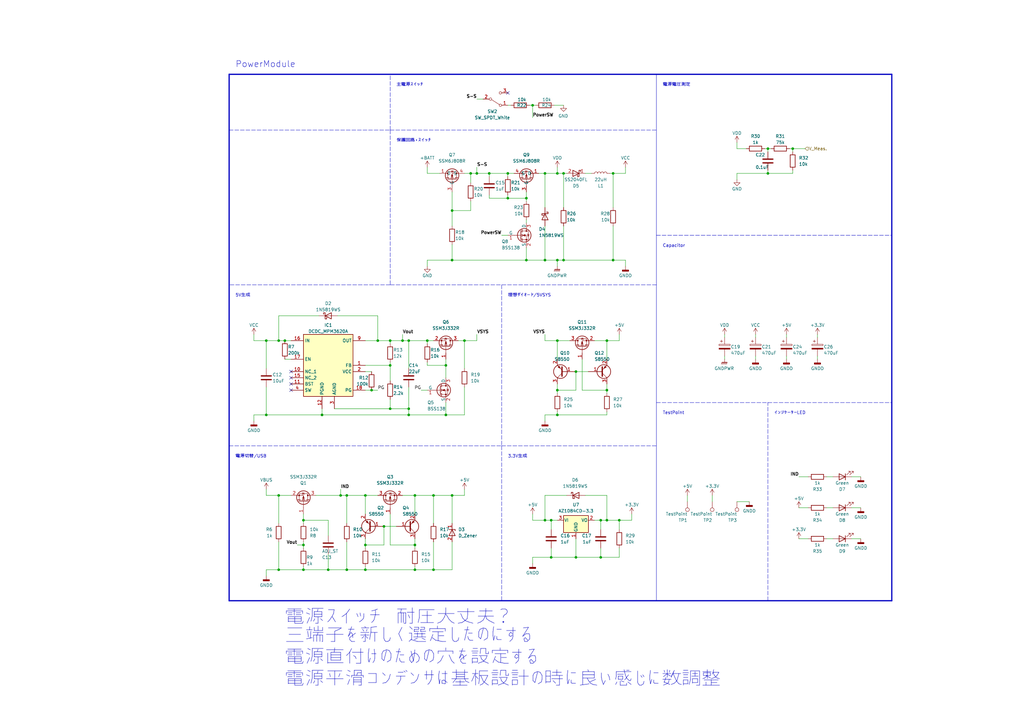
<source format=kicad_sch>
(kicad_sch (version 20230121) (generator eeschema)
  (paper "A3")
  (lib_symbols
    (symbol "Connector:TestPoint" (pin_numbers hide) (pin_names (offset 0.762) hide)
      (property "Reference" "TP" (at 0 6.858 0))
      (property "Value" "TestPoint" (at 0 5.08 0))
      (symbol "TestPoint_1_1"
        (pin passive line (at 0 0 90) (length 2.54) (name "1") (number "1"))
      )
    )
    (symbol "D_Schottky_3" (pin_numbers hide) (pin_names (offset 1.016) hide)
      (property "Reference" "D" (at 0 2.54 0))
      (property "Value" "D_Schottky_3" (at 0 -2.54 0))
      (symbol "D_Schottky_3_1_1"
        (pin passive line (at -3.81 0 0) (length 2.54) (name "K") (number "1"))
        (pin passive line (at 3.81 0 180) (length 2.54) (name "A") (number "2"))
      )
    )
    (symbol "Device:C" (pin_numbers hide) (pin_names (offset 0.254))
      (property "Reference" "C" (at 0.635 2.54 0))
      (property "Value" "C" (at 0.635 -2.54 0))
      (symbol "C_1_1"
        (pin passive line (at 0 3.81 270) (length 2.794) (name "~") (number "1"))
        (pin passive line (at 0 -3.81 90) (length 2.794) (name "~") (number "2"))
      )
    )
    (symbol "Device:C_Polarized" (pin_numbers hide) (pin_names (offset 0.254))
      (property "Reference" "C" (at 0.635 2.54 0))
      (property "Value" "C_Polarized" (at 0.635 -2.54 0))
      (symbol "C_Polarized_1_1"
        (pin passive line (at 0 3.81 270) (length 2.794) (name "~") (number "1"))
        (pin passive line (at 0 -3.81 90) (length 2.794) (name "~") (number "2"))
      )
    )
    (symbol "Device:D_Schottky" (pin_names (offset 1.016) hide)
      (property "Reference" "D" (at 0 2.54 0))
      (property "Value" "D_Schottky" (at 0 -2.54 0))
      (symbol "D_Schottky_1_1"
        (pin passive line (at -3.81 0 0) (length 2.54) (name "K") (number "1"))
        (pin passive line (at 3.81 0 180) (length 2.54) (name "A") (number "2"))
      )
    )
    (symbol "Device:D_Zener" (pin_names (offset 1.016) hide)
      (property "Reference" "D" (at 0 2.54 0))
      (property "Value" "D_Zener" (at 0 -2.54 0))
      (symbol "D_Zener_1_1"
        (pin passive line (at -3.81 0 0) (length 2.54) (name "K") (number "1"))
        (pin passive line (at 3.81 0 180) (length 2.54) (name "A") (number "2"))
      )
    )
    (symbol "Device:L" (pin_numbers hide) (pin_names (offset 1.016) hide)
      (property "Reference" "L" (at -1.27 0 90))
      (property "Value" "L" (at 1.905 0 90))
      (symbol "L_1_1"
        (pin passive line (at 0 3.81 270) (length 1.27) (name "1") (number "1"))
        (pin passive line (at 0 -3.81 90) (length 1.27) (name "2") (number "2"))
      )
    )
    (symbol "Device:LED" (pin_numbers hide) (pin_names (offset 1.016) hide)
      (property "Reference" "D" (at 0 2.54 0))
      (property "Value" "LED" (at 0 -2.54 0))
      (symbol "LED_1_1"
        (pin passive line (at -3.81 0 0) (length 2.54) (name "K") (number "1"))
        (pin passive line (at 3.81 0 180) (length 2.54) (name "A") (number "2"))
      )
    )
    (symbol "Device:Q_PMOS_GSD" (pin_names (offset 0) hide)
      (property "Reference" "Q" (at 5.08 1.27 0))
      (property "Value" "Q_PMOS_GSD" (at 5.08 -1.27 0))
      (symbol "Q_PMOS_GSD_1_1"
        (pin input line (at -5.08 0 0) (length 2.54) (name "G") (number "1"))
        (pin passive line (at 2.54 -5.08 90) (length 2.54) (name "S") (number "2"))
        (pin passive line (at 2.54 5.08 270) (length 2.54) (name "D") (number "3"))
      )
    )
    (symbol "Device:Q_PNP_BEC" (pin_names (offset 0) hide)
      (property "Reference" "Q" (at 5.08 1.27 0))
      (property "Value" "Q_PNP_BEC" (at 5.08 -1.27 0))
      (symbol "Q_PNP_BEC_1_1"
        (pin input line (at -5.08 0 0) (length 5.715) (name "B") (number "1"))
        (pin passive line (at 2.54 -5.08 90) (length 2.54) (name "E") (number "2"))
        (pin passive line (at 2.54 5.08 270) (length 2.54) (name "C") (number "3"))
      )
    )
    (symbol "Device:R" (pin_numbers hide) (pin_names (offset 0))
      (property "Reference" "R" (at 2.032 0 90))
      (property "Value" "R" (at 0 0 90))
      (symbol "R_1_1"
        (pin passive line (at 0 3.81 270) (length 1.27) (name "~") (number "1"))
        (pin passive line (at 0 -3.81 90) (length 1.27) (name "~") (number "2"))
      )
    )
    (symbol "MyLibrary:DCDC_MPM3620A"
      (property "Reference" "IC" (at 6.35 5.08 0))
      (property "Value" "DCDC_MPM3620A" (at 6.35 2.54 0))
      (symbol "DCDC_MPM3620A_1_1"
        (pin passive line (at 30.48 -12.7 180) (length 5.08) (name "FB") (number "1"))
        (pin passive line (at 0 -15.24 0) (length 5.08) (name "NC_1") (number "10"))
        (pin passive line (at 0 -20.32 0) (length 5.08) (name "BST") (number "11"))
        (pin passive line (at 12.7 -30.48 90) (length 5.08) (name "PGND") (number "12"))
        (pin passive line (at 12.7 -30.48 90) (length 5.08) hide (name "PGND_2") (number "13"))
        (pin passive line (at 12.7 -30.48 90) (length 5.08) hide (name "PGND_3") (number "14"))
        (pin passive line (at 0 -17.78 0) (length 5.08) (name "NC_2") (number "15"))
        (pin passive line (at 0 -2.54 0) (length 5.08) (name "IN") (number "16"))
        (pin passive line (at 0 -10.16 0) (length 5.08) (name "EN") (number "17"))
        (pin passive line (at 30.48 -22.86 180) (length 5.08) (name "PG") (number "18"))
        (pin passive line (at 30.48 -15.24 180) (length 5.08) (name "VCC") (number "2"))
        (pin passive line (at 17.78 -30.48 90) (length 5.08) (name "AGND") (number "3"))
        (pin passive line (at 0 -22.86 0) (length 5.08) (name "SW") (number "4"))
        (pin passive line (at 30.48 -2.54 180) (length 5.08) (name "OUT") (number "9"))
      )
    )
    (symbol "PMN48XP_1"
      (property "Reference" "Q" (at 5.08 2.54 0))
      (property "Value" "PMN48XP_1" (at 5.08 0 0))
      (symbol "PMN48XP_1_1_1"
        (pin passive line (at 2.54 5.08 270) (length 2.54) (name "D") (number "1"))
        (pin passive line (at 2.54 5.08 270) (length 2.54) hide (name "D") (number "2"))
        (pin passive line (at -5.08 0 0) (length 2.54) (name "G") (number "3"))
        (pin passive line (at 2.54 -5.08 90) (length 2.54) (name "S") (number "4"))
        (pin passive line (at 2.54 5.08 270) (length 2.54) hide (name "D") (number "5"))
        (pin passive line (at 2.54 5.08 270) (length 2.54) hide (name "D") (number "6"))
      )
    )
    (symbol "Q_NMOS_GSD_1" (pin_names (offset 0))
      (property "Reference" "Q" (at 5.08 1.27 0))
      (property "Value" "Q_NMOS_GSD_1" (at 5.08 -1.27 0))
      (symbol "Q_NMOS_GSD_1_1_1"
        (pin input line (at -5.08 0 0) (length 2.54) (name "G") (number "1"))
        (pin passive line (at 2.54 -5.08 90) (length 2.54) (name "S") (number "2"))
        (pin passive line (at 2.54 5.08 270) (length 2.54) (name "D") (number "3"))
      )
    )
    (symbol "Regulator_Linear:AMS1117CD-3.3" (pin_names (offset 0.254))
      (property "Reference" "U" (at -3.81 3.175 0))
      (property "Value" "AMS1117CD-3.3" (at 0 3.175 0))
      (symbol "AMS1117CD-3.3_1_1"
        (pin power_in line (at 0 -7.62 90) (length 2.54) (name "GND") (number "1"))
        (pin power_out line (at 7.62 0 180) (length 2.54) (name "VO") (number "2"))
        (pin power_in line (at -7.62 0 0) (length 2.54) (name "VI") (number "3"))
      )
    )
    (symbol "Switch:SW_SPDT" (pin_names (offset 0) hide)
      (property "Reference" "SW" (at 0 4.318 0))
      (property "Value" "SW_SPDT" (at 0 -5.08 0))
      (symbol "SW_SPDT_1_1"
        (pin passive line (at 5.08 2.54 180) (length 2.54) (name "A") (number "1"))
        (pin passive line (at -5.08 0 0) (length 2.54) (name "B") (number "2"))
        (pin passive line (at 5.08 -2.54 180) (length 2.54) (name "C") (number "3"))
      )
    )
    (symbol "power:+3.3V" (power) (pin_names (offset 0))
      (property "Value" "+3.3V" (at 0 3.556 0))
      (symbol "+3.3V_1_1"
        (pin power_in line (at 0 0 90) (length 0) hide (name "+3.3V") (number "1"))
      )
    )
    (symbol "power:+5V" (power) (pin_names (offset 0))
      (property "Value" "+5V" (at 0 3.556 0))
      (symbol "+5V_1_1"
        (pin power_in line (at 0 0 90) (length 0) hide (name "+5V") (number "1"))
      )
    )
    (symbol "power:+BATT" (power) (pin_names (offset 0))
      (property "Value" "+BATT" (at 0 3.556 0))
      (symbol "+BATT_1_1"
        (pin power_in line (at 0 0 90) (length 0) hide (name "+BATT") (number "1"))
      )
    )
    (symbol "power:GND" (power) (pin_names (offset 0))
      (property "Value" "GND" (at 0 -3.81 0))
      (symbol "GND_1_1"
        (pin power_in line (at 0 0 270) (length 0) hide (name "GND") (number "1"))
      )
    )
    (symbol "power:GNDD" (power) (pin_names (offset 0))
      (property "Value" "GNDD" (at 0 -3.175 0))
      (symbol "GNDD_1_1"
        (pin power_in line (at 0 0 270) (length 0) hide (name "GNDD") (number "1"))
      )
    )
    (symbol "power:GNDPWR" (power) (pin_names (offset 0))
      (property "Value" "GNDPWR" (at 0 -3.302 0))
      (symbol "GNDPWR_1_1"
        (pin power_in line (at 0 0 270) (length 0) hide (name "GNDPWR") (number "1"))
      )
    )
    (symbol "power:VBUS" (power) (pin_names (offset 0))
      (property "Value" "VBUS" (at 0 3.81 0))
      (symbol "VBUS_1_1"
        (pin power_in line (at 0 0 90) (length 0) hide (name "VBUS") (number "1"))
      )
    )
    (symbol "power:VCC" (power) (pin_names (offset 0))
      (property "Value" "VCC" (at 0 3.81 0))
      (symbol "VCC_1_1"
        (pin power_in line (at 0 0 90) (length 0) hide (name "VCC") (number "1"))
      )
    )
    (symbol "power:VDD" (power) (pin_names (offset 0))
      (property "Value" "VDD" (at 0 3.81 0))
      (symbol "VDD_1_1"
        (pin power_in line (at 0 0 90) (length 0) hide (name "VDD") (number "1"))
      )
    )
  )
  (junction (at 149.86 233.68))
  (junction (at 139.7 203.2))
  (junction (at 215.9 106.68))
  (junction (at 208.28 81.28))
  (junction (at 177.8 233.68))
  (junction (at 160.02 139.7))
  (junction (at 190.5 139.7))
  (junction (at 170.18 233.68))
  (junction (at 254 213.36))
  (junction (at 218.44 43.18))
  (junction (at 152.4 160.02))
  (junction (at 193.04 71.12))
  (junction (at 157.48 215.9))
  (junction (at 114.3 233.68))
  (junction (at 228.6 71.12))
  (junction (at 124.46 213.36))
  (junction (at 116.84 139.7))
  (junction (at 132.08 170.18))
  (junction (at 170.18 203.2))
  (junction (at 246.38 228.6))
  (junction (at 134.62 233.68))
  (junction (at 185.42 106.68))
  (junction (at 185.42 86.36))
  (junction (at 223.52 106.68))
  (junction (at 182.88 170.18))
  (junction (at 231.14 106.68))
  (junction (at 215.9 81.28))
  (junction (at 114.3 203.2))
  (junction (at 154.94 139.7))
  (junction (at 149.86 203.2))
  (junction (at 248.92 139.7))
  (junction (at 167.64 170.18))
  (junction (at 142.24 203.2))
  (junction (at 223.52 213.36))
  (junction (at 167.64 139.7))
  (junction (at 160.02 149.86))
  (junction (at 182.88 149.86))
  (junction (at 142.24 233.68))
  (junction (at 208.28 71.12))
  (junction (at 195.58 71.12))
  (junction (at 228.6 139.7))
  (junction (at 251.46 106.68))
  (junction (at 251.46 71.12))
  (junction (at 248.92 213.36))
  (junction (at 246.38 213.36))
  (junction (at 228.6 160.02))
  (junction (at 226.06 228.6))
  (junction (at 226.06 213.36))
  (junction (at 200.66 71.12))
  (junction (at 314.96 71.12))
  (junction (at 248.92 160.02))
  (junction (at 177.8 203.2))
  (junction (at 167.64 167.64))
  (junction (at 325.12 60.96))
  (junction (at 236.22 152.4))
  (junction (at 160.02 167.64))
  (junction (at 231.14 71.12))
  (junction (at 236.22 228.6))
  (junction (at 170.18 223.52))
  (junction (at 185.42 203.2))
  (junction (at 228.6 170.18))
  (junction (at 228.6 106.68))
  (junction (at 314.96 60.96))
  (junction (at 124.46 223.52))
  (junction (at 114.3 139.7))
  (junction (at 124.46 233.68))
  (junction (at 223.52 71.12))
  (junction (at 165.1 139.7))
  (junction (at 109.22 139.7))
  (junction (at 175.26 139.7))
  (junction (at 149.86 223.52))
  (junction (at 109.22 170.18))
  (no_connect (at 208.28 38.1))
  (no_connect (at 119.38 157.48))
  (no_connect (at 119.38 154.94))
  (no_connect (at 119.38 160.02))
  (no_connect (at 119.38 152.4))
  (wire (pts (xy 246.38 224.79) (xy 246.38 228.6)))
  (wire (pts (xy 185.42 86.36) (xy 185.42 92.71)))
  (wire (pts (xy 160.02 210.82) (xy 160.02 223.52)))
  (wire (pts (xy 236.22 220.98) (xy 236.22 228.6)))
  (wire (pts (xy 134.62 227.33) (xy 134.62 233.68)))
  (wire (pts (xy 109.22 151.13) (xy 109.22 139.7)))
  (wire (pts (xy 259.08 210.82) (xy 259.08 213.36)))
  (wire (pts (xy 218.44 228.6) (xy 218.44 231.14)))
  (wire (pts (xy 339.09 195.58) (xy 341.63 195.58)))
  (wire (pts (xy 228.6 160.02) (xy 236.22 160.02)))
  (wire (pts (xy 149.86 233.68) (xy 170.18 233.68)))
  (wire (pts (xy 190.5 170.18) (xy 182.88 170.18)))
  (wire (pts (xy 132.08 170.18) (xy 167.64 170.18)))
  (wire (pts (xy 223.52 170.18) (xy 223.52 172.72)))
  (wire (pts (xy 256.54 106.68) (xy 256.54 109.22)))
  (wire (pts (xy 142.24 233.68) (xy 149.86 233.68)))
  (wire (pts (xy 121.92 223.52) (xy 124.46 223.52)))
  (wire (pts (xy 226.06 228.6) (xy 236.22 228.6)))
  (wire (pts (xy 172.72 160.02) (xy 175.26 160.02)))
  (wire (pts (xy 132.08 167.64) (xy 132.08 170.18)))
  (polyline (pts (xy 365.76 30.48) (xy 365.76 246.38)) (stroke (width 0.5) (type solid)))
  (wire (pts (xy 309.88 146.05) (xy 309.88 147.32)))
  (wire (pts (xy 177.8 203.2) (xy 185.42 203.2)))
  (wire (pts (xy 160.02 148.59) (xy 160.02 149.86)))
  (wire (pts (xy 175.26 71.12) (xy 180.34 71.12)))
  (wire (pts (xy 114.3 233.68) (xy 124.46 233.68)))
  (wire (pts (xy 134.62 233.68) (xy 142.24 233.68)))
  (wire (pts (xy 231.14 71.12) (xy 232.41 71.12)))
  (wire (pts (xy 124.46 214.63) (xy 124.46 213.36)))
  (wire (pts (xy 190.5 200.66) (xy 190.5 203.2)))
  (wire (pts (xy 292.1 203.2) (xy 292.1 205.74)))
  (polyline (pts (xy 93.98 30.48) (xy 365.76 30.48)) (stroke (width 0.5) (type solid)))
  (wire (pts (xy 251.46 71.12) (xy 251.46 85.09)))
  (wire (pts (xy 248.92 213.36) (xy 254 213.36)))
  (polyline (pts (xy 160.02 53.34) (xy 160.02 116.84)) (stroke (width 0) (type dash)))
  (wire (pts (xy 149.86 232.41) (xy 149.86 233.68)))
  (wire (pts (xy 218.44 43.18) (xy 219.71 43.18)))
  (wire (pts (xy 170.18 232.41) (xy 170.18 233.68)))
  (wire (pts (xy 226.06 224.79) (xy 226.06 228.6)))
  (wire (pts (xy 215.9 78.74) (xy 215.9 81.28)))
  (wire (pts (xy 182.88 149.86) (xy 182.88 154.94)))
  (wire (pts (xy 114.3 129.54) (xy 130.81 129.54)))
  (wire (pts (xy 124.46 222.25) (xy 124.46 223.52)))
  (wire (pts (xy 281.94 203.2) (xy 281.94 205.74)))
  (wire (pts (xy 104.14 170.18) (xy 104.14 172.72)))
  (polyline (pts (xy 269.24 165.1) (xy 314.96 165.1)) (stroke (width 0) (type dash)))
  (wire (pts (xy 170.18 210.82) (xy 170.18 203.2)))
  (wire (pts (xy 248.92 168.91) (xy 248.92 170.18)))
  (wire (pts (xy 217.17 43.18) (xy 218.44 43.18)))
  (wire (pts (xy 190.5 158.75) (xy 190.5 170.18)))
  (wire (pts (xy 175.26 139.7) (xy 175.26 140.97)))
  (wire (pts (xy 208.28 71.12) (xy 210.82 71.12)))
  (wire (pts (xy 256.54 106.68) (xy 251.46 106.68)))
  (wire (pts (xy 248.92 147.32) (xy 248.92 139.7)))
  (wire (pts (xy 226.06 213.36) (xy 226.06 217.17)))
  (wire (pts (xy 231.14 106.68) (xy 251.46 106.68)))
  (wire (pts (xy 187.96 139.7) (xy 190.5 139.7)))
  (wire (pts (xy 200.66 71.12) (xy 200.66 72.39)))
  (wire (pts (xy 185.42 106.68) (xy 215.9 106.68)))
  (polyline (pts (xy 205.74 182.88) (xy 205.74 246.38)) (stroke (width 0) (type dash)))
  (wire (pts (xy 138.43 129.54) (xy 154.94 129.54)))
  (wire (pts (xy 193.04 71.12) (xy 195.58 71.12)))
  (wire (pts (xy 238.76 160.02) (xy 248.92 160.02)))
  (wire (pts (xy 165.1 137.16) (xy 165.1 139.7)))
  (wire (pts (xy 193.04 82.55) (xy 193.04 86.36)))
  (wire (pts (xy 208.28 80.01) (xy 208.28 81.28)))
  (wire (pts (xy 314.96 62.23) (xy 314.96 60.96)))
  (wire (pts (xy 175.26 68.58) (xy 175.26 71.12)))
  (wire (pts (xy 335.28 146.05) (xy 335.28 147.32)))
  (wire (pts (xy 223.52 106.68) (xy 228.6 106.68)))
  (wire (pts (xy 228.6 106.68) (xy 231.14 106.68)))
  (wire (pts (xy 175.26 139.7) (xy 177.8 139.7)))
  (wire (pts (xy 254 213.36) (xy 254 217.17)))
  (polyline (pts (xy 160.02 53.34) (xy 269.24 53.34)) (stroke (width 0) (type dash)))
  (wire (pts (xy 246.38 213.36) (xy 246.38 217.17)))
  (wire (pts (xy 325.12 69.85) (xy 325.12 71.12)))
  (wire (pts (xy 142.24 214.63) (xy 142.24 203.2)))
  (wire (pts (xy 149.86 139.7) (xy 154.94 139.7)))
  (wire (pts (xy 154.94 203.2) (xy 149.86 203.2)))
  (wire (pts (xy 218.44 213.36) (xy 223.52 213.36)))
  (polyline (pts (xy 269.24 116.84) (xy 160.02 116.84)) (stroke (width 0) (type dash)))
  (wire (pts (xy 193.04 86.36) (xy 185.42 86.36)))
  (wire (pts (xy 142.24 222.25) (xy 142.24 233.68)))
  (wire (pts (xy 157.48 215.9) (xy 162.56 215.9)))
  (wire (pts (xy 240.03 203.2) (xy 248.92 203.2)))
  (wire (pts (xy 157.48 223.52) (xy 157.48 215.9)))
  (wire (pts (xy 205.74 96.52) (xy 208.28 96.52)))
  (wire (pts (xy 322.58 146.05) (xy 322.58 147.32)))
  (wire (pts (xy 116.84 147.32) (xy 119.38 147.32)))
  (wire (pts (xy 109.22 139.7) (xy 114.3 139.7)))
  (polyline (pts (xy 269.24 96.52) (xy 365.76 96.52)) (stroke (width 0) (type dash)))
  (wire (pts (xy 236.22 152.4) (xy 241.3 152.4)))
  (wire (pts (xy 114.3 129.54) (xy 114.3 139.7)))
  (wire (pts (xy 223.52 71.12) (xy 228.6 71.12)))
  (wire (pts (xy 236.22 228.6) (xy 246.38 228.6)))
  (wire (pts (xy 177.8 233.68) (xy 170.18 233.68)))
  (wire (pts (xy 104.14 139.7) (xy 109.22 139.7)))
  (wire (pts (xy 228.6 168.91) (xy 228.6 170.18)))
  (wire (pts (xy 167.64 167.64) (xy 167.64 158.75)))
  (wire (pts (xy 165.1 139.7) (xy 167.64 139.7)))
  (wire (pts (xy 195.58 40.64) (xy 198.12 40.64)))
  (wire (pts (xy 208.28 43.18) (xy 209.55 43.18)))
  (wire (pts (xy 349.25 208.28) (xy 353.06 208.28)))
  (wire (pts (xy 149.86 152.4) (xy 152.4 152.4)))
  (wire (pts (xy 124.46 233.68) (xy 124.46 232.41)))
  (wire (pts (xy 177.8 222.25) (xy 177.8 233.68)))
  (wire (pts (xy 228.6 160.02) (xy 228.6 161.29)))
  (wire (pts (xy 149.86 223.52) (xy 149.86 224.79)))
  (wire (pts (xy 248.92 160.02) (xy 248.92 161.29)))
  (wire (pts (xy 195.58 68.58) (xy 195.58 71.12)))
  (wire (pts (xy 208.28 81.28) (xy 215.9 81.28)))
  (wire (pts (xy 240.03 71.12) (xy 242.57 71.12)))
  (wire (pts (xy 124.46 233.68) (xy 134.62 233.68)))
  (wire (pts (xy 116.84 139.7) (xy 119.38 139.7)))
  (wire (pts (xy 190.5 139.7) (xy 190.5 151.13)))
  (wire (pts (xy 175.26 148.59) (xy 175.26 149.86)))
  (wire (pts (xy 314.96 60.96) (xy 313.69 60.96)))
  (wire (pts (xy 223.52 137.16) (xy 223.52 139.7)))
  (wire (pts (xy 124.46 213.36) (xy 124.46 210.82)))
  (polyline (pts (xy 93.98 246.38) (xy 93.98 30.48)) (stroke (width 0.5) (type solid)))
  (wire (pts (xy 233.68 139.7) (xy 228.6 139.7)))
  (wire (pts (xy 200.66 81.28) (xy 208.28 81.28)))
  (polyline (pts (xy 93.98 53.34) (xy 160.02 53.34)) (stroke (width 0) (type dash)))
  (wire (pts (xy 228.6 109.22) (xy 228.6 106.68)))
  (wire (pts (xy 182.88 147.32) (xy 182.88 149.86)))
  (wire (pts (xy 223.52 203.2) (xy 223.52 213.36)))
  (wire (pts (xy 314.96 60.96) (xy 316.23 60.96)))
  (wire (pts (xy 314.96 69.85) (xy 314.96 71.12)))
  (wire (pts (xy 190.5 139.7) (xy 195.58 139.7)))
  (wire (pts (xy 195.58 71.12) (xy 200.66 71.12)))
  (wire (pts (xy 220.98 71.12) (xy 223.52 71.12)))
  (wire (pts (xy 185.42 203.2) (xy 190.5 203.2)))
  (polyline (pts (xy 314.96 246.38) (xy 314.96 165.1)) (stroke (width 0) (type dash)))
  (wire (pts (xy 109.22 233.68) (xy 114.3 233.68)))
  (wire (pts (xy 254 213.36) (xy 259.08 213.36)))
  (wire (pts (xy 215.9 81.28) (xy 215.9 82.55)))
  (polyline (pts (xy 205.74 182.88) (xy 269.24 182.88)) (stroke (width 0) (type dash)))
  (wire (pts (xy 185.42 78.74) (xy 185.42 86.36)))
  (wire (pts (xy 160.02 139.7) (xy 160.02 140.97)))
  (wire (pts (xy 167.64 139.7) (xy 167.64 151.13)))
  (wire (pts (xy 139.7 200.66) (xy 139.7 203.2)))
  (wire (pts (xy 185.42 233.68) (xy 177.8 233.68)))
  (wire (pts (xy 246.38 228.6) (xy 254 228.6)))
  (wire (pts (xy 177.8 203.2) (xy 177.8 214.63)))
  (wire (pts (xy 297.18 137.16) (xy 297.18 138.43)))
  (wire (pts (xy 251.46 92.71) (xy 251.46 106.68)))
  (wire (pts (xy 170.18 223.52) (xy 170.18 224.79)))
  (wire (pts (xy 223.52 213.36) (xy 226.06 213.36)))
  (wire (pts (xy 228.6 170.18) (xy 248.92 170.18)))
  (wire (pts (xy 254 224.79) (xy 254 228.6)))
  (wire (pts (xy 302.26 60.96) (xy 306.07 60.96)))
  (wire (pts (xy 170.18 203.2) (xy 177.8 203.2)))
  (wire (pts (xy 223.52 71.12) (xy 223.52 85.09)))
  (polyline (pts (xy 160.02 116.84) (xy 93.98 116.84)) (stroke (width 0) (type dash)))
  (wire (pts (xy 160.02 163.83) (xy 160.02 167.64)))
  (wire (pts (xy 248.92 203.2) (xy 248.92 213.36)))
  (wire (pts (xy 149.86 203.2) (xy 149.86 210.82)))
  (wire (pts (xy 302.26 71.12) (xy 314.96 71.12)))
  (wire (pts (xy 335.28 137.16) (xy 335.28 138.43)))
  (wire (pts (xy 190.5 71.12) (xy 193.04 71.12)))
  (wire (pts (xy 246.38 213.36) (xy 248.92 213.36)))
  (wire (pts (xy 218.44 43.18) (xy 218.44 48.26)))
  (polyline (pts (xy 160.02 53.34) (xy 160.02 30.48)) (stroke (width 0) (type dash)))
  (wire (pts (xy 297.18 146.05) (xy 297.18 147.32)))
  (wire (pts (xy 104.14 139.7) (xy 104.14 137.16)))
  (wire (pts (xy 223.52 92.71) (xy 223.52 106.68)))
  (wire (pts (xy 114.3 139.7) (xy 116.84 139.7)))
  (wire (pts (xy 109.22 236.22) (xy 109.22 233.68)))
  (wire (pts (xy 149.86 220.98) (xy 149.86 223.52)))
  (wire (pts (xy 114.3 203.2) (xy 119.38 203.2)))
  (wire (pts (xy 124.46 213.36) (xy 134.62 213.36)))
  (wire (pts (xy 124.46 223.52) (xy 124.46 224.79)))
  (wire (pts (xy 238.76 147.32) (xy 238.76 160.02)))
  (wire (pts (xy 149.86 149.86) (xy 160.02 149.86)))
  (wire (pts (xy 231.14 71.12) (xy 228.6 71.12)))
  (polyline (pts (xy 269.24 30.48) (xy 269.24 246.38)) (stroke (width 0) (type solid)))
  (wire (pts (xy 160.02 223.52) (xy 170.18 223.52)))
  (wire (pts (xy 223.52 170.18) (xy 228.6 170.18)))
  (polyline (pts (xy 205.74 116.84) (xy 205.74 182.88)) (stroke (width 0) (type dash)))
  (wire (pts (xy 215.9 101.6) (xy 215.9 106.68)))
  (wire (pts (xy 228.6 157.48) (xy 228.6 160.02)))
  (wire (pts (xy 339.09 208.28) (xy 341.63 208.28)))
  (wire (pts (xy 309.88 137.16) (xy 309.88 138.43)))
  (wire (pts (xy 154.94 139.7) (xy 160.02 139.7)))
  (wire (pts (xy 185.42 106.68) (xy 175.26 106.68)))
  (wire (pts (xy 134.62 219.71) (xy 134.62 213.36)))
  (wire (pts (xy 327.66 208.28) (xy 331.47 208.28)))
  (wire (pts (xy 142.24 203.2) (xy 149.86 203.2)))
  (wire (pts (xy 325.12 60.96) (xy 330.2 60.96)))
  (wire (pts (xy 228.6 68.58) (xy 228.6 71.12)))
  (wire (pts (xy 349.25 220.98) (xy 353.06 220.98)))
  (wire (pts (xy 175.26 106.68) (xy 175.26 109.22)))
  (wire (pts (xy 325.12 60.96) (xy 325.12 62.23)))
  (wire (pts (xy 154.94 129.54) (xy 154.94 139.7)))
  (wire (pts (xy 165.1 203.2) (xy 170.18 203.2)))
  (wire (pts (xy 302.26 205.74) (xy 307.34 205.74)))
  (wire (pts (xy 160.02 167.64) (xy 167.64 167.64)))
  (wire (pts (xy 149.86 160.02) (xy 152.4 160.02)))
  (wire (pts (xy 254 137.16) (xy 254 139.7)))
  (polyline (pts (xy 314.96 165.1) (xy 365.76 165.1)) (stroke (width 0) (type dash)))
  (wire (pts (xy 208.28 71.12) (xy 208.28 72.39)))
  (wire (pts (xy 302.26 73.66) (xy 302.26 71.12)))
  (wire (pts (xy 170.18 220.98) (xy 170.18 223.52)))
  (wire (pts (xy 195.58 137.16) (xy 195.58 139.7)))
  (wire (pts (xy 322.58 137.16) (xy 322.58 138.43)))
  (wire (pts (xy 104.14 170.18) (xy 109.22 170.18)))
  (wire (pts (xy 129.54 203.2) (xy 139.7 203.2)))
  (wire (pts (xy 109.22 170.18) (xy 132.08 170.18)))
  (wire (pts (xy 223.52 203.2) (xy 232.41 203.2)))
  (wire (pts (xy 314.96 71.12) (xy 325.12 71.12)))
  (wire (pts (xy 302.26 58.42) (xy 302.26 60.96)))
  (wire (pts (xy 167.64 167.64) (xy 167.64 170.18)))
  (wire (pts (xy 109.22 203.2) (xy 114.3 203.2)))
  (wire (pts (xy 152.4 160.02) (xy 154.94 160.02)))
  (wire (pts (xy 248.92 157.48) (xy 248.92 160.02)))
  (wire (pts (xy 243.84 213.36) (xy 246.38 213.36)))
  (wire (pts (xy 236.22 160.02) (xy 236.22 152.4)))
  (wire (pts (xy 223.52 139.7) (xy 228.6 139.7)))
  (wire (pts (xy 175.26 149.86) (xy 182.88 149.86)))
  (wire (pts (xy 160.02 139.7) (xy 165.1 139.7)))
  (wire (pts (xy 250.19 71.12) (xy 251.46 71.12)))
  (wire (pts (xy 231.14 92.71) (xy 231.14 106.68)))
  (wire (pts (xy 228.6 139.7) (xy 228.6 147.32)))
  (wire (pts (xy 227.33 43.18) (xy 231.14 43.18)))
  (wire (pts (xy 248.92 139.7) (xy 254 139.7)))
  (wire (pts (xy 185.42 203.2) (xy 185.42 214.63)))
  (wire (pts (xy 200.66 80.01) (xy 200.66 81.28)))
  (wire (pts (xy 231.14 71.12) (xy 231.14 85.09)))
  (wire (pts (xy 185.42 222.25) (xy 185.42 233.68)))
  (wire (pts (xy 149.86 223.52) (xy 157.48 223.52)))
  (wire (pts (xy 256.54 68.58) (xy 256.54 71.12)))
  (wire (pts (xy 327.66 220.98) (xy 331.47 220.98)))
  (wire (pts (xy 327.66 195.58) (xy 331.47 195.58)))
  (wire (pts (xy 109.22 158.75) (xy 109.22 170.18)))
  (wire (pts (xy 226.06 213.36) (xy 228.6 213.36)))
  (wire (pts (xy 215.9 90.17) (xy 215.9 91.44)))
  (wire (pts (xy 185.42 100.33) (xy 185.42 106.68)))
  (wire (pts (xy 114.3 222.25) (xy 114.3 233.68)))
  (wire (pts (xy 167.64 170.18) (xy 182.88 170.18)))
  (wire (pts (xy 167.64 139.7) (xy 175.26 139.7)))
  (wire (pts (xy 251.46 71.12) (xy 256.54 71.12)))
  (wire (pts (xy 349.25 195.58) (xy 353.06 195.58)))
  (wire (pts (xy 193.04 71.12) (xy 193.04 74.93)))
  (polyline (pts (xy 365.76 246.38) (xy 93.98 246.38)) (stroke (width 0.5) (type solid)))
  (wire (pts (xy 114.3 203.2) (xy 114.3 214.63)))
  (polyline (pts (xy 93.98 182.88) (xy 205.74 182.88)) (stroke (width 0) (type dash)))
  (wire (pts (xy 200.66 71.12) (xy 208.28 71.12)))
  (wire (pts (xy 160.02 149.86) (xy 160.02 156.21)))
  (wire (pts (xy 218.44 228.6) (xy 226.06 228.6)))
  (wire (pts (xy 109.22 200.66) (xy 109.22 203.2)))
  (wire (pts (xy 339.09 220.98) (xy 341.63 220.98)))
  (wire (pts (xy 139.7 203.2) (xy 142.24 203.2)))
  (wire (pts (xy 243.84 139.7) (xy 248.92 139.7)))
  (wire (pts (xy 215.9 106.68) (xy 223.52 106.68)))
  (wire (pts (xy 323.85 60.96) (xy 325.12 60.96)))
  (wire (pts (xy 137.16 167.64) (xy 160.02 167.64)))
  (wire (pts (xy 182.88 165.1) (xy 182.88 170.18)))
  (wire (pts (xy 218.44 210.82) (xy 218.44 213.36)))
  (text "5V生成" (at 96.52 121.92 0) (effects (font (size 1.27 1.27)) (justify left bottom)))
  (text "電源切替/USB" (at 96.52 187.96 0) (effects (font (size 1.27 1.27)) (justify left bottom)))
  (text "電源スイッチ　耐圧大丈夫？" (at 116.84 256.54 0) (effects (font (size 5.56 5.56)) (justify left bottom)))
  (text "電源電圧測定" (at 271.78 35.56 0) (effects (font (size 1.27 1.27)) (justify left bottom)))
  (text "3.3V生成" (at 208.28 187.96 0) (effects (font (size 1.27 1.27)) (justify left bottom)))
  (text "主電源スイッチ" (at 162.56 35.56 0) (effects (font (size 1.27 1.27)) (justify left bottom)))
  (text "理想ダイオード/5VSYS" (at 208.28 121.92 0) (effects (font (size 1.27 1.27)) (justify left bottom)))
  (text "保護回路・スイッチ" (at 162.56 58.42 0) (effects (font (size 1.27 1.27)) (justify left bottom)))
  (text "三端子を新しく選定したのにする\n電源直付けのための穴を設定する\n電源平滑コンデンサは基板設計の時に良い感じに数調整" (at 116.84 281.94 0) (effects (font (size 5.56 5.56)) (justify left bottom)))
  (text "TestPoint" (at 271.78 170.18 0) (effects (font (size 1.27 1.27)) (justify left bottom)))
  (text "Capacitor" (at 271.78 101.6 0) (effects (font (size 1.27 1.27)) (justify left bottom)))
  (text "インジケーターLED" (at 317.5 170.18 0) (effects (font (size 1.27 1.27)) (justify left bottom)))
  (text "PowerModule" (at 96.52 27.94 0) (effects (font (size 2.54 2.54)) (justify left bottom)))
  (label "Vout" (at 165.1 137.16 0) (effects (font (thickness 0.254) bold)))
  (label "Vout" (at 121.92 223.52 180) (effects (font (thickness 0.254) bold)))
  (label "VSYS" (at 195.58 137.16 0) (effects (font (thickness 0.254) bold)))
  (label "VSYS" (at 223.52 137.16 180) (effects (font (thickness 0.254) bold)))
  (label "PowerSW" (at 205.74 96.52 180) (effects (font (thickness 0.254) bold)))
  (label "S-S" (at 195.58 40.64 180) (effects (font (thickness 0.254) bold)))
  (label "IND" (at 139.7 200.66 0) (effects (font (thickness 0.254) bold)))
  (label "S-S" (at 195.58 68.58 0) (effects (font (thickness 0.254) bold)))
  (label "IND" (at 327.66 195.58 180) (effects (font (thickness 0.254) bold)))
  (label "PowerSW" (at 218.44 48.26 0) (effects (font (thickness 0.254) bold)))
  (label "PG" (at 172.72 160.02 180))
  (label "PG" (at 154.94 160.02 0))
  (hierarchical_label "V_Meas." (shape input) (at 330.2 60.96 0))
  (symbol (lib_id "Device:C_Polarized") (at 297.18 142.24 0) (unit 1)
    (property "Reference" "C19" (at 299.72 142.24 0) (effects (justify left)))
    (property "Value" "470uF" (at 299.72 144.78 0) (effects (justify left)))
  )
  (symbol (lib_id "power:GND") (at 175.26 109.22 0) (unit 1)
    (property "Reference" "#PWR033" (effects hide))
    (property "Value" "GND" (at 175.26 113.03 0))
  )
  (symbol (lib_id "Device:R") (at 335.28 208.28 270) (mirror x) (unit 1)
    (property "Reference" "R34" (at 335.28 213.36 90))
    (property "Value" "1k" (at 335.28 210.82 90))
    (property "Footprint" "Resistor_SMD:R_0402_1005Metric" (effects hide))
  )
  (symbol (lib_id "Device:R") (at 309.88 60.96 90) (unit 1)
    (property "Reference" "R30" (at 309.88 55.88 90))
    (property "Value" "1k" (at 309.88 58.42 90))
    (property "Footprint" "Resistor_SMD:R_0603_1608Metric" (effects hide))
  )
  (symbol (lib_id "Device:LED") (at 345.44 195.58 180) (unit 1)
    (property "Reference" "D7" (at 345.44 200.66 0))
    (property "Value" "Green" (at 345.44 198.12 0))
    (property "Footprint" "LED_SMD:LED_0603_1608Metric_Pad1.05x0.95mm_HandSolder" (effects hide))
  )
  (symbol (lib_id "Device:R") (at 193.04 78.74 0) (unit 1)
    (property "Reference" "R20" (at 194.31 77.47 0) (effects (justify left)))
    (property "Value" "10k" (at 194.31 80.01 0) (effects (justify left)))
    (property "Footprint" "Resistor_SMD:R_0402_1005Metric" (effects hide))
  )
  (symbol (lib_id "Device:L") (at 246.38 71.12 90) (unit 1)
    (property "Reference" "L1" (at 246.38 76.2 90))
    (property "Value" "22uH" (at 246.38 73.66 90))
    (property "Footprint" "MyLibrary:Inductor_CDPH4D19F" (effects hide))
  )
  (symbol (lib_id "power:+5V") (at 218.44 210.82 0) (unit 1)
    (property "Reference" "#PWR035" (effects hide))
    (property "Value" "+5V" (at 218.44 207.01 0))
  )
  (symbol (lib_name "Q_NMOS_GSD_1") (lib_id "Device:Q_NMOS_GSD") (at 180.34 160.02 0) (unit 1)
    (property "Reference" "Q5" (at 175.26 165.1 0) (effects (justify left)))
    (property "Value" "BSS138" (at 175.26 167.64 0) (effects (justify left)))
    (property "Footprint" "Package_TO_SOT_SMD:SOT-23" (effects hide))
  )
  (symbol (lib_id "Device:Q_PNP_BEC") (at 152.4 215.9 180) (unit 1)
    (property "Reference" "Q2" (at 157.48 208.28 0) (effects (justify left)))
    (property "Value" "S8550" (at 157.48 210.82 0) (effects (justify left)))
    (property "Footprint" "Package_TO_SOT_SMD:SOT-23" (effects hide))
  )
  (symbol (lib_id "MyLibrary:DCDC_MPM3620A") (at 119.38 137.16 0) (unit 1)
    (property "Reference" "IC1" (at 134.62 133.35 0))
    (property "Value" "DCDC_MPM3620A" (at 134.62 135.89 0))
    (property "Footprint" "MyLibrary:DCDC_MPM3620A" (effects hide))
    (property "Datasheet" "http://www.monolithicpower.com/DesktopModules/DocumentManage/API/Document/getDocument?id=3961" (effects hide))
    (property "Height" "1.6" (effects hide))
    (property "Mouser Part Number" "946-MPM3620AGQV-Z" (effects hide))
    (property "Mouser Price/Stock" "https://www.mouser.co.uk/ProductDetail/Monolithic-Power-Systems-MPS/MPM3620AGQV-Z?qs=ZNK0BnemlqGJsP1og9mZvg%3D%3D" (effects hide))
    (property "Manufacturer_Name" "Monolithic Power Systems (MPS)" (effects hide))
    (property "Manufacturer_Part_Number" "MPM3620AGQV-Z" (effects hide))
  )
  (symbol (lib_id "power:+3.3V") (at 259.08 210.82 0) (unit 1)
    (property "Reference" "#PWR044" (effects hide))
    (property "Value" "+3.3V" (at 259.08 207.01 0))
  )
  (symbol (lib_id "Device:R") (at 228.6 165.1 180) (unit 1)
    (property "Reference" "R25" (at 231.14 163.8299 0) (effects (justify right)))
    (property "Value" "10k" (at 231.14 166.3699 0) (effects (justify right)))
    (property "Footprint" "Resistor_SMD:R_0402_1005Metric" (effects hide))
  )
  (symbol (lib_id "Connector:TestPoint") (at 292.1 205.74 180) (unit 1)
    (property "Reference" "TP2" (at 292.1 213.36 0) (effects (justify left)))
    (property "Value" "TestPoint" (at 292.1 210.82 0) (effects (justify left)))
    (property "Footprint" "TestPoint:TestPoint_THTPad_D2.0mm_Drill1.0mm" (effects hide))
  )
  (symbol (lib_id "power:+5V") (at 190.5 200.66 0) (mirror y) (unit 1)
    (property "Reference" "#PWR034" (effects hide))
    (property "Value" "+5V" (at 190.5 196.85 0))
  )
  (symbol (lib_id "power:+3.3V") (at 327.66 220.98 0) (unit 1)
    (property "Reference" "#PWR063" (effects hide))
    (property "Value" "+3.3V" (at 327.66 217.17 0))
  )
  (symbol (lib_name "D_Schottky_3") (lib_id "Device:D_Schottky") (at 134.62 129.54 0) (unit 1)
    (property "Reference" "D2" (at 134.62 124.46 0))
    (property "Value" "1N5819WS" (at 134.62 127 0))
    (property "Footprint" "Diode_SMD:D_SOD-323_HandSoldering" (effects hide))
  )
  (symbol (lib_id "Device:C_Polarized") (at 322.58 142.24 0) (unit 1)
    (property "Reference" "C24" (at 325.12 142.24 0) (effects (justify left)))
    (property "Value" "470uF" (at 325.12 144.78 0) (effects (justify left)))
  )
  (symbol (lib_id "power:GNDD") (at 353.06 195.58 0) (unit 1)
    (property "Reference" "#PWR070" (effects hide))
    (property "Value" "GNDD" (at 353.06 199.39 0))
  )
  (symbol (lib_id "Device:R") (at 215.9 86.36 0) (mirror y) (unit 1)
    (property "Reference" "R23" (at 214.63 85.09 0) (effects (justify left)))
    (property "Value" "10k" (at 214.63 87.63 0) (effects (justify left)))
    (property "Footprint" "Resistor_SMD:R_0402_1005Metric" (effects hide))
  )
  (symbol (lib_id "Device:R") (at 223.52 43.18 90) (unit 1)
    (property "Reference" "R24" (at 226.06 43.18 90) (effects (justify left)))
    (property "Value" "10k" (at 226.06 40.8686 90) (effects (justify left)))
    (property "Footprint" "Resistor_SMD:R_0402_1005Metric" (effects hide))
  )
  (symbol (lib_id "power:GNDPWR") (at 297.18 147.32 0) (unit 1)
    (property "Reference" "#PWR050" (effects hide))
    (property "Value" "GNDPWR" (at 297.053 151.13 0))
  )
  (symbol (lib_name "Q_NMOS_GSD_1") (lib_id "Device:Q_NMOS_GSD") (at 213.36 96.52 0) (unit 1)
    (property "Reference" "Q8" (at 205.74 99.06 0) (effects (justify left)))
    (property "Value" "BSS138" (at 205.74 101.6 0) (effects (justify left)))
    (property "Footprint" "Package_TO_SOT_SMD:SOT-23" (effects hide))
  )
  (symbol (lib_id "Device:R") (at 320.04 60.96 90) (unit 1)
    (property "Reference" "R31" (at 320.04 55.88 90))
    (property "Value" "75k" (at 320.04 58.42 90))
    (property "Footprint" "Resistor_SMD:R_0603_1608Metric" (effects hide))
  )
  (symbol (lib_id "Device:C") (at 200.66 76.2 0) (unit 1)
    (property "Reference" "C15" (at 203.2 74.93 0) (effects (justify left)))
    (property "Value" "1uF" (at 203.2 77.47 0) (effects (justify left)))
    (property "Footprint" "Capacitor_SMD:C_0402_1005Metric" (effects hide))
  )
  (symbol (lib_id "power:VDD") (at 228.6 68.58 0) (unit 1)
    (property "Reference" "#PWR038" (effects hide))
    (property "Value" "VDD" (at 228.6 64.77 0))
  )
  (symbol (lib_id "Device:R") (at 142.24 218.44 180) (unit 1)
    (property "Reference" "R10" (at 144.78 217.1699 0) (effects (justify right)))
    (property "Value" "10k" (at 144.78 219.7099 0) (effects (justify right)))
    (property "Footprint" "Resistor_SMD:R_0402_1005Metric" (effects hide))
  )
  (symbol (lib_id "Device:C_Polarized") (at 335.28 142.24 0) (unit 1)
    (property "Reference" "C26" (at 337.82 142.24 0) (effects (justify left)))
    (property "Value" "470uF" (at 337.82 144.78 0) (effects (justify left)))
  )
  (symbol (lib_id "power:GNDD") (at 109.22 236.22 0) (unit 1)
    (property "Reference" "#PWR019" (effects hide))
    (property "Value" "GNDD" (at 109.22 240.03 0))
  )
  (symbol (lib_id "power:GNDD") (at 353.06 220.98 0) (unit 1)
    (property "Reference" "#PWR072" (effects hide))
    (property "Value" "GNDD" (at 353.06 224.79 0))
  )
  (symbol (lib_id "power:GNDD") (at 223.52 172.72 0) (unit 1)
    (property "Reference" "#PWR037" (effects hide))
    (property "Value" "GNDD" (at 223.52 176.53 0))
  )
  (symbol (lib_id "Device:C") (at 167.64 154.94 0) (unit 1)
    (property "Reference" "C14" (at 167.64 149.86 0) (effects (justify left)))
    (property "Value" "22uF" (at 167.64 152.4 0) (effects (justify left)))
    (property "Footprint" "Capacitor_SMD:C_0805_2012Metric" (effects hide))
  )
  (symbol (lib_id "power:+5V") (at 281.94 203.2 0) (unit 1)
    (property "Reference" "#PWR045" (effects hide))
    (property "Value" "+5V" (at 281.94 199.39 0))
  )
  (symbol (lib_id "power:+5V") (at 327.66 208.28 0) (unit 1)
    (property "Reference" "#PWR062" (effects hide))
    (property "Value" "+5V" (at 327.66 204.47 0))
  )
  (symbol (lib_id "Device:R") (at 116.84 143.51 180) (unit 1)
    (property "Reference" "R7" (at 118.11 142.24 0) (effects (justify right)))
    (property "Value" "200k" (at 118.11 144.78 0) (effects (justify right)))
    (property "Footprint" "Resistor_SMD:R_0402_1005Metric" (effects hide))
  )
  (symbol (lib_id "power:+5V") (at 322.58 137.16 0) (unit 1)
    (property "Reference" "#PWR060" (effects hide))
    (property "Value" "+5V" (at 322.58 133.35 0))
  )
  (symbol (lib_id "power:VDD") (at 297.18 137.16 0) (unit 1)
    (property "Reference" "#PWR049" (effects hide))
    (property "Value" "VDD" (at 297.18 133.35 0))
  )
  (symbol (lib_id "Device:R") (at 185.42 96.52 0) (unit 1)
    (property "Reference" "R18" (at 186.69 95.25 0) (effects (justify left)))
    (property "Value" "10k" (at 186.69 97.79 0) (effects (justify left)))
    (property "Footprint" "Resistor_SMD:R_0402_1005Metric" (effects hide))
  )
  (symbol (lib_id "Device:R") (at 124.46 218.44 0) (mirror x) (unit 1)
    (property "Reference" "R8" (at 127 219.7101 0) (effects (justify left)))
    (property "Value" "10k" (at 127 217.1701 0) (effects (justify left)))
    (property "Footprint" "Resistor_SMD:R_0402_1005Metric" (effects hide))
  )
  (symbol (lib_id "power:GNDD") (at 218.44 231.14 0) (unit 1)
    (property "Reference" "#PWR036" (effects hide))
    (property "Value" "GNDD" (at 218.44 234.95 0))
  )
  (symbol (lib_id "Device:R") (at 213.36 43.18 90) (unit 1)
    (property "Reference" "R22" (at 215.9 43.18 90) (effects (justify left)))
    (property "Value" "10k" (at 215.9 40.8686 90) (effects (justify left)))
    (property "Footprint" "Resistor_SMD:R_0402_1005Metric" (effects hide))
  )
  (symbol (lib_id "Switch:SW_SPDT") (at 203.2 40.64 0) (mirror x) (unit 1)
    (property "Reference" "SW2" (at 201.93 45.72 0))
    (property "Value" "SW_SPDT_White" (at 201.93 48.26 0))
    (property "Footprint" "MyLibrary:SW_Slide_SPDT_White" (effects hide))
  )
  (symbol (lib_id "Device:R") (at 149.86 228.6 180) (unit 1)
    (property "Reference" "R11" (at 152.4 227.3299 0) (effects (justify right)))
    (property "Value" "10k" (at 152.4 229.8699 0) (effects (justify right)))
    (property "Footprint" "Resistor_SMD:R_0402_1005Metric" (effects hide))
  )
  (symbol (lib_id "Device:R") (at 325.12 66.04 0) (unit 1)
    (property "Reference" "R32" (at 327.66 64.7699 0) (effects (justify left)))
    (property "Value" "10k" (at 327.66 67.3099 0) (effects (justify left)))
    (property "Footprint" "Resistor_SMD:R_0603_1608Metric" (effects hide))
  )
  (symbol (lib_id "Device:Q_PMOS_GSD") (at 238.76 142.24 90) (unit 1)
    (property "Reference" "Q11" (at 238.76 132.08 90))
    (property "Value" "SSM3J332R" (at 238.76 134.62 90))
    (property "Footprint" "Package_TO_SOT_SMD:SOT-23W" (effects hide))
  )
  (symbol (lib_id "Device:Q_PMOS_GSD") (at 124.46 205.74 270) (mirror x) (unit 1)
    (property "Reference" "Q1" (at 124.46 198.12 90))
    (property "Value" "SSM3J332R" (at 124.46 195.58 90))
    (property "Footprint" "Package_TO_SOT_SMD:SOT-23W" (effects hide))
  )
  (symbol (lib_id "Device:R") (at 248.92 165.1 180) (unit 1)
    (property "Reference" "R27" (at 251.46 163.8299 0) (effects (justify right)))
    (property "Value" "10k" (at 251.46 166.3699 0) (effects (justify right)))
    (property "Footprint" "Resistor_SMD:R_0402_1005Metric" (effects hide))
  )
  (symbol (lib_id "Device:R") (at 335.28 195.58 270) (mirror x) (unit 1)
    (property "Reference" "R33" (at 335.28 200.66 90))
    (property "Value" "1k" (at 335.28 198.12 90))
    (property "Footprint" "Resistor_SMD:R_0402_1005Metric" (effects hide))
  )
  (symbol (lib_id "Device:R") (at 170.18 228.6 180) (unit 1)
    (property "Reference" "R15" (at 172.72 227.3299 0) (effects (justify right)))
    (property "Value" "10k" (at 172.72 229.8699 0) (effects (justify right)))
    (property "Footprint" "Resistor_SMD:R_0402_1005Metric" (effects hide))
  )
  (symbol (lib_id "Connector:TestPoint") (at 302.26 205.74 180) (unit 1)
    (property "Reference" "TP3" (at 302.26 213.36 0) (effects (justify left)))
    (property "Value" "TestPoint" (at 302.26 210.82 0) (effects (justify left)))
    (property "Footprint" "TestPoint:TestPoint_THTPad_D2.0mm_Drill1.0mm" (effects hide))
  )
  (symbol (lib_id "Device:R") (at 160.02 160.02 180) (unit 1)
    (property "Reference" "R14" (at 161.29 158.75 0) (effects (justify right)))
    (property "Value" "2.2k" (at 161.29 161.29 0) (effects (justify right)))
    (property "Footprint" "Resistor_SMD:R_0402_1005Metric" (effects hide))
  )
  (symbol (lib_id "Device:R") (at 152.4 156.21 0) (mirror x) (unit 1)
    (property "Reference" "R12" (at 151.13 154.94 0) (effects (justify right)))
    (property "Value" "100k" (at 151.13 157.48 0) (effects (justify right)))
    (property "Footprint" "Resistor_SMD:R_0402_1005Metric" (effects hide))
  )
  (symbol (lib_name "D_Schottky_3") (lib_id "Device:D_Schottky") (at 223.52 88.9 270) (unit 1)
    (property "Reference" "D4" (at 220.98 93.98 90) (effects (justify left)))
    (property "Value" "1N5819WS" (at 220.98 96.52 90) (effects (justify left)))
    (property "Footprint" "Diode_SMD:D_SOD-323_HandSoldering" (effects hide))
  )
  (symbol (lib_id "power:GNDD") (at 104.14 172.72 0) (unit 1)
    (property "Reference" "#PWR017" (effects hide))
    (property "Value" "GNDD" (at 104.14 176.53 0))
  )
  (symbol (lib_id "Regulator_Linear:AMS1117CD-3.3") (at 236.22 213.36 0) (unit 1)
    (property "Reference" "U7" (at 236.22 207.01 0))
    (property "Value" "AZ1084CD-3.3" (at 236.22 209.55 0))
    (property "Footprint" "Package_TO_SOT_SMD:TO-252-2" (effects hide))
    (property "Datasheet" "http://www.advanced-monolithic.com/pdf/ds1117.pdf" (effects hide))
  )
  (symbol (lib_id "power:GND") (at 231.14 43.18 0) (mirror y) (unit 1)
    (property "Reference" "#PWR040" (effects hide))
    (property "Value" "GND" (at 231.013 47.5742 0))
  )
  (symbol (lib_id "Device:R") (at 160.02 144.78 180) (unit 1)
    (property "Reference" "R13" (at 161.29 143.51 0) (effects (justify right)))
    (property "Value" "12k" (at 161.29 146.05 0) (effects (justify right)))
    (property "Footprint" "Resistor_SMD:R_0402_1005Metric" (effects hide))
  )
  (symbol (lib_id "power:VDD") (at 302.26 58.42 0) (unit 1)
    (property "Reference" "#PWR051" (effects hide))
    (property "Value" "VDD" (at 302.26 54.61 0))
  )
  (symbol (lib_id "power:GNDD") (at 322.58 147.32 0) (unit 1)
    (property "Reference" "#PWR061" (effects hide))
    (property "Value" "GNDD" (at 322.58 151.13 0))
  )
  (symbol (lib_id "Device:C") (at 109.22 154.94 0) (unit 1)
    (property "Reference" "C12" (at 111.76 153.67 0) (effects (justify left)))
    (property "Value" "10uF" (at 111.76 156.21 0) (effects (justify left)))
    (property "Footprint" "Capacitor_SMD:C_1206_3216Metric" (effects hide))
  )
  (symbol (lib_id "power:VCC") (at 256.54 68.58 0) (unit 1)
    (property "Reference" "#PWR042" (effects hide))
    (property "Value" "VCC" (at 256.54 64.77 0))
  )
  (symbol (lib_id "Device:R") (at 177.8 218.44 180) (unit 1)
    (property "Reference" "R17" (at 180.34 217.1699 0) (effects (justify right)))
    (property "Value" "10k" (at 180.34 219.7099 0) (effects (justify right)))
    (property "Footprint" "Resistor_SMD:R_0402_1005Metric" (effects hide))
  )
  (symbol (lib_id "Device:R") (at 175.26 144.78 0) (unit 1)
    (property "Reference" "R16" (at 176.53 143.51 0) (effects (justify left)))
    (property "Value" "10k" (at 176.53 146.05 0) (effects (justify left)))
    (property "Footprint" "Resistor_SMD:R_0402_1005Metric" (effects hide))
  )
  (symbol (lib_id "Device:R") (at 231.14 88.9 0) (unit 1)
    (property "Reference" "R26" (at 232.41 87.63 0) (effects (justify left)))
    (property "Value" "10k" (at 232.41 90.17 0) (effects (justify left)))
    (property "Footprint" "Resistor_SMD:R_0402_1005Metric" (effects hide))
  )
  (symbol (lib_id "Device:R") (at 124.46 228.6 0) (mirror y) (unit 1)
    (property "Reference" "R9" (at 127 228.6 0))
    (property "Value" "1k" (at 127 231.14 0))
    (property "Footprint" "Resistor_SMD:R_0402_1005Metric" (effects hide))
  )
  (symbol (lib_name "D_Schottky_3") (lib_id "Device:D_Schottky") (at 236.22 203.2 0) (unit 1)
    (property "Reference" "D6" (at 235.9025 196.85 0))
    (property "Value" "1N5819WS" (at 235.9025 199.39 0))
    (property "Footprint" "Diode_SMD:D_SOD-323_HandSoldering" (effects hide))
  )
  (symbol (lib_id "Device:D_Zener") (at 185.42 218.44 270) (unit 1)
    (property "Reference" "D3" (at 187.96 217.1699 90) (effects (justify left)))
    (property "Value" "D_Zener" (at 187.96 219.7099 90) (effects (justify left)))
    (property "Footprint" "Diode_SMD:D_SOD-323_HandSoldering" (effects hide))
  )
  (symbol (lib_id "power:+3.3V") (at 335.28 137.16 0) (unit 1)
    (property "Reference" "#PWR066" (effects hide))
    (property "Value" "+3.3V" (at 335.28 133.35 0))
  )
  (symbol (lib_id "Device:R") (at 114.3 218.44 0) (mirror x) (unit 1)
    (property "Reference" "R6" (at 111.76 217.1699 0) (effects (justify right)))
    (property "Value" "1k" (at 111.76 219.7099 0) (effects (justify right)))
    (property "Footprint" "Resistor_SMD:R_0402_1005Metric" (effects hide))
  )
  (symbol (lib_id "power:GNDD") (at 353.06 208.28 0) (unit 1)
    (property "Reference" "#PWR071" (effects hide))
    (property "Value" "GNDD" (at 353.06 212.09 0))
  )
  (symbol (lib_id "Device:Q_PNP_BEC") (at 167.64 215.9 0) (mirror x) (unit 1)
    (property "Reference" "Q4" (at 165.1 208.28 0) (effects (justify left)))
    (property "Value" "S8550" (at 165.1 210.82 0) (effects (justify left)))
    (property "Footprint" "Package_TO_SOT_SMD:SOT-23" (effects hide))
  )
  (symbol (lib_id "Device:R") (at 190.5 154.94 180) (unit 1)
    (property "Reference" "R19" (at 193.04 153.6699 0) (effects (justify right)))
    (property "Value" "10k" (at 193.04 156.2099 0) (effects (justify right)))
    (property "Footprint" "Resistor_SMD:R_0402_1005Metric" (effects hide))
  )
  (symbol (lib_id "Device:C") (at 226.06 220.98 0) (unit 1)
    (property "Reference" "C16" (at 229.87 219.7099 0) (effects (justify left)))
    (property "Value" "1uF" (at 229.87 222.2499 0) (effects (justify left)))
    (property "Footprint" "Capacitor_SMD:C_0402_1005Metric" (effects hide))
  )
  (symbol (lib_id "power:GNDD") (at 307.34 205.74 0) (unit 1)
    (property "Reference" "#PWR053" (effects hide))
    (property "Value" "GNDD" (at 307.34 209.55 0))
  )
  (symbol (lib_id "power:+5V") (at 254 137.16 0) (unit 1)
    (property "Reference" "#PWR041" (effects hide))
    (property "Value" "+5V" (at 254 133.35 0))
  )
  (symbol (lib_name "PMN48XP_1") (lib_id "Transistor_FET:PMN48XP") (at 215.9 73.66 270) (mirror x) (unit 1)
    (property "Reference" "Q9" (at 215.9 63.5 90))
    (property "Value" "SSM6J808R" (at 215.9 66.04 90))
    (property "Footprint" "MyLibrary:Package_TSOP6F" (effects hide))
    (property "Datasheet" "https://assets.nexperia.com/documents/data-sheet/PMN48XP.pdf" (effects hide))
  )
  (symbol (lib_id "Device:C") (at 246.38 220.98 0) (mirror y) (unit 1)
    (property "Reference" "C17" (at 242.57 219.7099 0) (effects (justify left)))
    (property "Value" "1uF" (at 242.57 222.2499 0) (effects (justify left)))
    (property "Footprint" "Capacitor_SMD:C_0402_1005Metric" (effects hide))
  )
  (symbol (lib_id "power:VCC") (at 104.14 137.16 0) (unit 1)
    (property "Reference" "#PWR016" (effects hide))
    (property "Value" "VCC" (at 104.14 133.35 0))
  )
  (symbol (lib_id "Device:Q_PMOS_GSD") (at 160.02 205.74 90) (unit 1)
    (property "Reference" "Q3" (at 160.02 195.58 90))
    (property "Value" "SSM3J332R" (at 160.02 198.12 90))
    (property "Footprint" "Package_TO_SOT_SMD:SOT-23W" (effects hide))
  )
  (symbol (lib_id "power:VCC") (at 309.88 137.16 0) (unit 1)
    (property "Reference" "#PWR056" (effects hide))
    (property "Value" "VCC" (at 309.88 133.35 0))
  )
  (symbol (lib_id "Device:Q_PMOS_GSD") (at 182.88 142.24 270) (mirror x) (unit 1)
    (property "Reference" "Q6" (at 182.88 132.08 90))
    (property "Value" "SSM3J332R" (at 182.88 134.62 90))
    (property "Footprint" "Package_TO_SOT_SMD:SOT-23W" (effects hide))
  )
  (symbol (lib_id "power:GNDPWR") (at 228.6 109.22 0) (unit 1)
    (property "Reference" "#PWR039" (effects hide))
    (property "Value" "GNDPWR" (at 228.473 113.03 0))
  )
  (symbol (lib_id "Device:LED") (at 345.44 220.98 180) (unit 1)
    (property "Reference" "D9" (at 345.44 226.06 0))
    (property "Value" "Green" (at 345.44 223.52 0))
    (property "Footprint" "LED_SMD:LED_0603_1608Metric_Pad1.05x0.95mm_HandSolder" (effects hide))
  )
  (symbol (lib_id "Device:R") (at 208.28 76.2 0) (unit 1)
    (property "Reference" "R21" (at 209.55 74.93 0) (effects (justify left)))
    (property "Value" "10k" (at 209.55 77.47 0) (effects (justify left)))
    (property "Footprint" "Resistor_SMD:R_0402_1005Metric" (effects hide))
  )
  (symbol (lib_id "power:GNDD") (at 309.88 147.32 0) (unit 1)
    (property "Reference" "#PWR057" (effects hide))
    (property "Value" "GNDD" (at 309.88 151.13 0))
  )
  (symbol (lib_id "Device:LED") (at 345.44 208.28 180) (unit 1)
    (property "Reference" "D8" (at 345.44 213.36 0))
    (property "Value" "Green" (at 345.44 210.82 0))
    (property "Footprint" "LED_SMD:LED_0603_1608Metric_Pad1.05x0.95mm_HandSolder" (effects hide))
  )
  (symbol (lib_id "Device:Q_PNP_BEC") (at 231.14 152.4 180) (unit 1)
    (property "Reference" "Q10" (at 233.68 144.78 0) (effects (justify left)))
    (property "Value" "S8550" (at 233.68 147.32 0) (effects (justify left)))
    (property "Footprint" "Package_TO_SOT_SMD:SOT-23" (effects hide))
  )
  (symbol (lib_id "Device:R") (at 251.46 88.9 0) (mirror y) (unit 1)
    (property "Reference" "R28" (at 250.19 87.63 0) (effects (justify left)))
    (property "Value" "10k" (at 250.19 90.17 0) (effects (justify left)))
    (property "Footprint" "Resistor_SMD:R_0402_1005Metric" (effects hide))
  )
  (symbol (lib_name "PMN48XP_1") (lib_id "Transistor_FET:PMN48XP") (at 185.42 73.66 90) (unit 1)
    (property "Reference" "Q7" (at 185.42 63.5 90))
    (property "Value" "SSM6J808R" (at 185.42 66.04 90))
    (property "Footprint" "MyLibrary:Package_TSOP6F" (effects hide))
    (property "Datasheet" "https://assets.nexperia.com/documents/data-sheet/PMN48XP.pdf" (effects hide))
  )
  (symbol (lib_id "Device:D_Schottky") (at 236.22 71.12 0) (mirror y) (unit 1)
    (property "Reference" "D5" (at 236.22 76.2 0))
    (property "Value" "SS2040FL" (at 236.22 73.66 0))
    (property "Footprint" "Diode_SMD:D_SOD-123" (effects hide))
  )
  (symbol (lib_id "power:GND") (at 302.26 73.66 0) (unit 1)
    (property "Reference" "#PWR052" (effects hide))
    (property "Value" "GND" (at 302.26 77.47 0))
  )
  (symbol (lib_id "Device:C") (at 314.96 66.04 0) (unit 1)
    (property "Reference" "C22" (at 309.88 63.5 0) (effects (justify left)))
    (property "Value" "0.1uF" (at 309.88 68.58 0) (effects (justify left)))
    (property "Footprint" "Capacitor_SMD:C_0603_1608Metric" (effects hide))
  )
  (symbol (lib_id "power:GNDD") (at 256.54 109.22 0) (unit 1)
    (property "Reference" "#PWR043" (effects hide))
    (property "Value" "GNDD" (at 256.54 113.03 0))
  )
  (symbol (lib_id "Connector:TestPoint") (at 281.94 205.74 180) (unit 1)
    (property "Reference" "TP1" (at 281.94 213.36 0) (effects (justify left)))
    (property "Value" "TestPoint" (at 281.94 210.82 0) (effects (justify left)))
    (property "Footprint" "TestPoint:TestPoint_THTPad_D2.0mm_Drill1.0mm" (effects hide))
  )
  (symbol (lib_id "Device:C") (at 134.62 223.52 0) (mirror x) (unit 1)
    (property "Reference" "C13" (at 132.08 228.6 0) (effects (justify left)))
    (property "Value" "ADJ_ST" (at 132.08 226.06 0) (effects (justify left)))
    (property "Footprint" "Capacitor_SMD:C_0603_1608Metric" (effects hide))
  )
  (symbol (lib_id "Device:R") (at 335.28 220.98 270) (mirror x) (unit 1)
    (property "Reference" "R35" (at 335.28 226.06 90))
    (property "Value" "1k" (at 335.28 223.52 90))
    (property "Footprint" "Resistor_SMD:R_0402_1005Metric" (effects hide))
  )
  (symbol (lib_id "Device:Q_PNP_BEC") (at 246.38 152.4 0) (mirror x) (unit 1)
    (property "Reference" "Q12" (at 243.84 144.78 0) (effects (justify left)))
    (property "Value" "S8550" (at 243.84 147.32 0) (effects (justify left)))
    (property "Footprint" "Package_TO_SOT_SMD:SOT-23" (effects hide))
  )
  (symbol (lib_id "Device:C_Polarized") (at 309.88 142.24 0) (unit 1)
    (property "Reference" "C21" (at 312.42 142.24 0) (effects (justify left)))
    (property "Value" "470uF" (at 312.42 144.78 0) (effects (justify left)))
  )
  (symbol (lib_id "power:VBUS") (at 109.22 200.66 0) (unit 1)
    (property "Reference" "#PWR018" (effects hide))
    (property "Value" "VBUS" (at 109.22 196.85 0))
  )
  (symbol (lib_id "Device:R") (at 254 220.98 180) (unit 1)
    (property "Reference" "R29" (at 256.54 219.7099 0) (effects (justify right)))
    (property "Value" "10k" (at 256.54 222.2499 0) (effects (justify right)))
    (property "Footprint" "Resistor_SMD:R_0402_1005Metric" (effects hide))
  )
  (symbol (lib_id "power:GNDD") (at 335.28 147.32 0) (unit 1)
    (property "Reference" "#PWR067" (effects hide))
    (property "Value" "GNDD" (at 335.28 151.13 0))
  )
  (symbol (lib_id "power:+BATT") (at 175.26 68.58 0) (unit 1)
    (property "Reference" "#PWR032" (effects hide))
    (property "Value" "+BATT" (at 175.26 64.77 0))
  )
  (symbol (lib_id "power:+3.3V") (at 292.1 203.2 0) (unit 1)
    (property "Reference" "#PWR046" (effects hide))
    (property "Value" "+3.3V" (at 292.1 199.39 0))
  )
)
</source>
